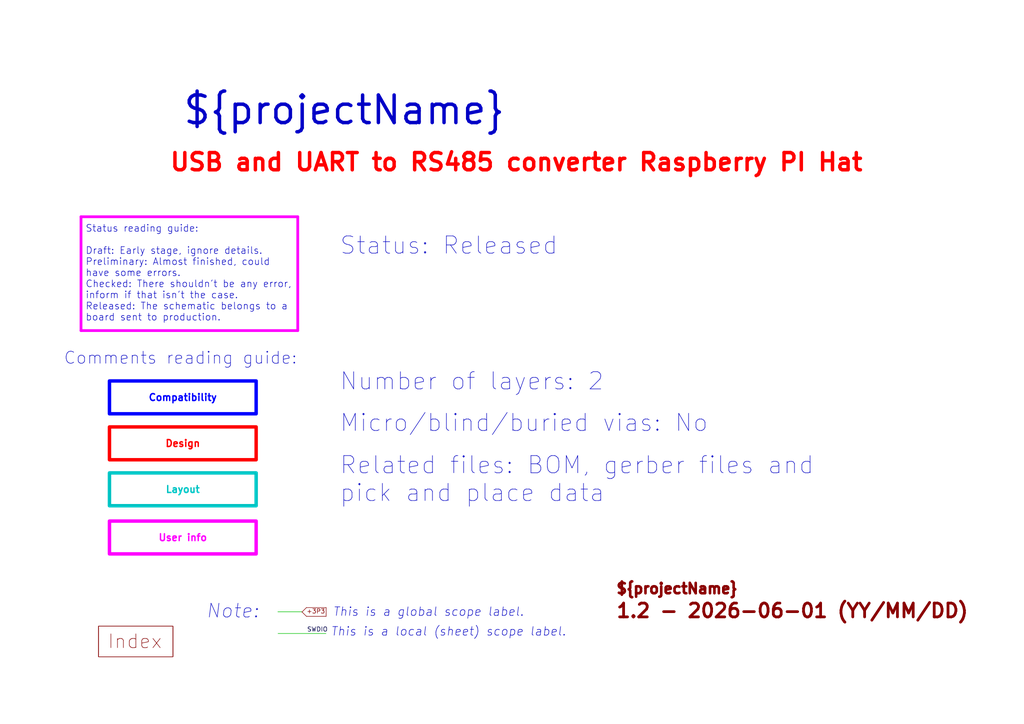
<source format=kicad_sch>
(kicad_sch
	(version 20250114)
	(generator "eeschema")
	(generator_version "9.0")
	(uuid "e63e39d7-6ac0-4ffd-8aa3-1841a4541b55")
	(paper "A4")
	(title_block
		(title "${boardName} - ${coverName}")
		(date "2025-08-16")
		(rev "1.2")
	)
	(lib_symbols)
	(text "${REVISION} - ${CURRENT_DATE} (YY/MM/DD)"
		(exclude_from_sim no)
		(at 178.435 179.705 0)
		(effects
			(font
				(size 4 4)
				(thickness 0.8)
				(bold yes)
				(color 132 0 0 1)
			)
			(justify left bottom)
		)
		(uuid "1a781d91-6be6-445f-96e2-06e76b7517a4")
	)
	(text "Status reading guide:\n\nDraft: Early stage, ignore details.\nPreliminary: Almost finished, could\nhave some errors.\nChecked: There shouldn't be any error,\ninform if that isn't the case.\nReleased: The schematic belongs to a \nboard sent to production."
		(exclude_from_sim no)
		(at 24.765 93.345 0)
		(effects
			(font
				(size 2 2)
			)
			(justify left bottom)
		)
		(uuid "1bcce2a7-1d4a-4ce7-8492-8c5b78c6bc3e")
	)
	(text "${projectName}"
		(exclude_from_sim no)
		(at 52.705 36.83 0)
		(effects
			(font
				(size 8 8)
				(thickness 1)
				(bold yes)
			)
			(justify left bottom)
		)
		(uuid "328b655f-3682-4d72-b986-09747092cdfb")
	)
	(text "This is a global scope label."
		(exclude_from_sim no)
		(at 96.52 179.07 0)
		(effects
			(font
				(size 2.5 2.5)
				(italic yes)
			)
			(justify left bottom)
		)
		(uuid "3b398e0a-4c10-4dcc-aa1f-5dcd51a576d9")
	)
	(text "Micro/blind/buried vias: No"
		(exclude_from_sim no)
		(at 98.425 125.73 0)
		(effects
			(font
				(size 5 5)
			)
			(justify left bottom)
		)
		(uuid "46c31fef-8b6d-4892-b7d6-1b9818ed82f5")
	)
	(text "Status: Released"
		(exclude_from_sim no)
		(at 98.425 74.295 0)
		(effects
			(font
				(size 5 5)
			)
			(justify left bottom)
		)
		(uuid "73b1f676-64a1-4437-9380-52c422752ac5")
	)
	(text "Comments reading guide:"
		(exclude_from_sim no)
		(at 18.415 106.045 0)
		(effects
			(font
				(size 3.5 3.5)
			)
			(justify left bottom)
		)
		(uuid "775fc778-7594-4b1f-8fe4-63abff69d96c")
	)
	(text "Note:"
		(exclude_from_sim no)
		(at 59.69 179.705 0)
		(effects
			(font
				(size 4 4)
				(italic yes)
			)
			(justify left bottom)
		)
		(uuid "7da919a6-904e-41c7-b0f6-91d865a93890")
	)
	(text "USB and UART to RS485 converter Raspberry PI Hat"
		(exclude_from_sim no)
		(at 48.895 50.165 0)
		(effects
			(font
				(size 5 5)
				(thickness 1)
				(bold yes)
				(color 255 0 0 1)
			)
			(justify left bottom)
		)
		(uuid "81a41d77-af36-4ec3-adf9-ecd6ea389e60")
	)
	(text "Related files: BOM, gerber files and\npick and place data"
		(exclude_from_sim no)
		(at 98.425 146.05 0)
		(effects
			(font
				(size 5 5)
			)
			(justify left bottom)
		)
		(uuid "99e5628a-8c61-4f9d-aa6e-5b585271b505")
	)
	(text "This is a local (sheet) scope label."
		(exclude_from_sim no)
		(at 95.885 184.785 0)
		(effects
			(font
				(size 2.5 2.5)
				(italic yes)
			)
			(justify left bottom)
		)
		(uuid "b3eebb03-af8c-48e8-a7d9-5ec3741206fa")
	)
	(text "SWDIO"
		(exclude_from_sim no)
		(at 89.027 183.4896 0)
		(effects
			(font
				(size 1.27 1.27)
				(color 0 0 72 1)
			)
			(justify left bottom)
		)
		(uuid "b5a00e1a-8c36-403e-aef8-ba74acad49ad")
	)
	(text "Index"
		(exclude_from_sim no)
		(at 31.115 188.595 0)
		(effects
			(font
				(size 4 4)
				(color 132 0 0 1)
			)
			(justify left bottom)
		)
		(uuid "c9c312d0-f746-4447-b3a4-7e610e80ec0a")
	)
	(text "+3P3"
		(exclude_from_sim no)
		(at 88.8746 178.2572 0)
		(effects
			(font
				(size 1.27 1.27)
				(color 132 0 0 1)
			)
			(justify left bottom)
		)
		(uuid "d06ce84f-88fb-4292-9589-fa22d07854b6")
	)
	(text "Number of layers: 2"
		(exclude_from_sim no)
		(at 98.425 113.665 0)
		(effects
			(font
				(size 5 5)
			)
			(justify left bottom)
		)
		(uuid "d46f6682-7aa3-41f8-8dfe-bfed3b1f9948")
	)
	(text "${projectName}"
		(exclude_from_sim no)
		(at 178.435 172.72 0)
		(effects
			(font
				(size 3 3)
				(thickness 0.8)
				(bold yes)
				(color 132 0 0 1)
			)
			(justify left bottom)
		)
		(uuid "e9800da5-11f3-4507-a140-586b6e0c4238")
	)
	(text_box "Design"
		(exclude_from_sim no)
		(at 31.75 123.825 0)
		(size 42.545 9.525)
		(margins 2 2 2 2)
		(stroke
			(width 1)
			(type default)
			(color 255 0 0 1)
		)
		(fill
			(type none)
		)
		(effects
			(font
				(size 2 2)
				(thickness 0.4)
				(bold yes)
				(color 255 0 0 1)
			)
		)
		(uuid "1b5c2cf5-124e-4f86-a474-5c4be9e3fe15")
	)
	(text_box "Compatibility"
		(exclude_from_sim no)
		(at 31.75 110.49 0)
		(size 42.545 9.525)
		(margins 2 2 2 2)
		(stroke
			(width 1)
			(type default)
			(color 0 0 255 1)
		)
		(fill
			(type none)
		)
		(effects
			(font
				(size 2 2)
				(thickness 0.4)
				(bold yes)
				(color 0 0 255 1)
			)
		)
		(uuid "aa984558-b4fc-4402-9b3a-f167ab16e118")
	)
	(text_box "User info"
		(exclude_from_sim no)
		(at 31.75 151.13 0)
		(size 42.545 9.525)
		(margins 2 2 2 2)
		(stroke
			(width 1)
			(type default)
			(color 255 0 255 1)
		)
		(fill
			(type none)
		)
		(effects
			(font
				(size 2 2)
				(thickness 0.4)
				(bold yes)
				(color 255 0 255 1)
			)
		)
		(uuid "d227550d-c416-4488-9140-4b84e954cb08")
	)
	(text_box "Layout"
		(exclude_from_sim no)
		(at 31.75 137.16 0)
		(size 42.545 9.525)
		(margins 2 2 2 2)
		(stroke
			(width 1)
			(type default)
			(color 0 194 194 1)
		)
		(fill
			(type none)
		)
		(effects
			(font
				(size 2 2)
				(thickness 0.4)
				(bold yes)
				(color 0 194 194 1)
			)
		)
		(uuid "d96af5ad-2b4d-4ea1-a386-5433a78f90a2")
	)
	(polyline
		(pts
			(xy 87.6046 177.4952) (xy 88.8746 176.2252)
		)
		(stroke
			(width 0)
			(type default)
			(color 132 0 0 1)
		)
		(uuid "0bf230ea-0b23-433b-9e87-f1a3693424ca")
	)
	(polyline
		(pts
			(xy 87.6046 177.4952) (xy 88.8746 178.7652)
		)
		(stroke
			(width 0)
			(type default)
			(color 132 0 0 1)
		)
		(uuid "14947e3d-59e0-4a6b-821d-582920d989b4")
	)
	(polyline
		(pts
			(xy 88.8746 178.7652) (xy 94.5896 178.7652)
		)
		(stroke
			(width 0)
			(type default)
			(color 132 0 0 1)
		)
		(uuid "1aa4048a-c8f3-4568-b409-4246aea0e360")
	)
	(polyline
		(pts
			(xy 94.5896 176.2252) (xy 94.5896 178.1302)
		)
		(stroke
			(width 0)
			(type default)
			(color 132 0 0 1)
		)
		(uuid "1acb670f-3e36-471a-9687-8d8b29854f0d")
	)
	(polyline
		(pts
			(xy 94.5896 178.1302) (xy 94.5896 178.7652)
		)
		(stroke
			(width 0)
			(type default)
			(color 132 0 0 1)
		)
		(uuid "2112a9f6-0d85-4af8-a07b-33fae708dd18")
	)
	(polyline
		(pts
			(xy 23.495 95.885) (xy 23.495 62.865)
		)
		(stroke
			(width 0.8)
			(type default)
			(color 255 0 255 1)
		)
		(uuid "24fc7443-835f-4b76-b57b-a0cefa41df90")
	)
	(polyline
		(pts
			(xy 80.645 183.7436) (xy 94.5388 183.7436)
		)
		(stroke
			(width 0)
			(type default)
			(color 0 194 0 1)
		)
		(uuid "3fc8e4bc-e869-4e65-bb72-1fae8a957c88")
	)
	(polyline
		(pts
			(xy 80.5942 177.4444) (xy 87.6046 177.4444)
		)
		(stroke
			(width 0)
			(type default)
			(color 0 194 0 1)
		)
		(uuid "6decca94-0ffa-45c2-9245-bb391bb25c0b")
	)
	(polyline
		(pts
			(xy 86.36 95.885) (xy 23.495 95.885)
		)
		(stroke
			(width 0.8)
			(type default)
			(color 255 0 255 1)
		)
		(uuid "7ad5102a-93a1-46e6-9d4b-ca2d6b67a6de")
	)
	(polyline
		(pts
			(xy 23.495 62.865) (xy 86.36 62.865)
		)
		(stroke
			(width 0.8)
			(type default)
			(color 255 0 255 1)
		)
		(uuid "b6bbdc53-1fd3-4135-bf18-4b9ea2207ca4")
	)
	(polyline
		(pts
			(xy 86.36 62.865) (xy 86.36 95.885)
		)
		(stroke
			(width 0.8)
			(type default)
			(color 255 0 255 1)
		)
		(uuid "d8522ee7-59e3-411a-a232-b0b35ff56924")
	)
	(polyline
		(pts
			(xy 88.8746 176.2252) (xy 94.5896 176.2252)
		)
		(stroke
			(width 0)
			(type default)
			(color 132 0 0 1)
		)
		(uuid "f5a93e91-ead5-4e42-a9a5-ed1407b11792")
	)
	(sheet
		(at 28.575 181.61)
		(size 21.59 8.89)
		(exclude_from_sim no)
		(in_bom yes)
		(on_board yes)
		(dnp no)
		(fields_autoplaced yes)
		(stroke
			(width 0.1524)
			(type solid)
		)
		(fill
			(color 0 0 0 0.0000)
		)
		(uuid "eef31ba5-994a-4dab-8b67-8b56d6ec3764")
		(property "Sheetname" "index"
			(at 28.575 180.8984 0)
			(effects
				(font
					(size 1.27 1.27)
				)
				(justify left bottom)
				(hide yes)
			)
		)
		(property "Sheetfile" "index.kicad_sch"
			(at 28.575 191.0846 0)
			(effects
				(font
					(size 1.27 1.27)
				)
				(justify left top)
				(hide yes)
			)
		)
		(instances
			(project "1.2"
				(path "/e63e39d7-6ac0-4ffd-8aa3-1841a4541b55"
					(page "2")
				)
			)
		)
	)
	(sheet_instances
		(path "/"
			(page "1")
		)
	)
	(embedded_fonts no)
)

</source>
